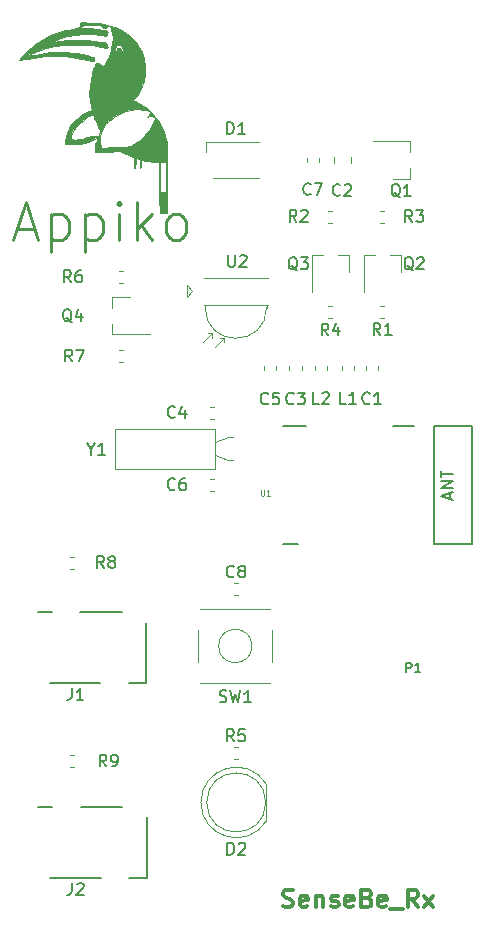
<source format=gbr>
G04 #@! TF.GenerationSoftware,KiCad,Pcbnew,5.0.0-fee4fd1~66~ubuntu16.04.1*
G04 #@! TF.CreationDate,2018-09-26T19:07:44+05:30*
G04 #@! TF.ProjectId,senseBeRx_rev1,73656E7365426552785F726576312E6B,rev?*
G04 #@! TF.SameCoordinates,Original*
G04 #@! TF.FileFunction,Legend,Top*
G04 #@! TF.FilePolarity,Positive*
%FSLAX46Y46*%
G04 Gerber Fmt 4.6, Leading zero omitted, Abs format (unit mm)*
G04 Created by KiCad (PCBNEW 5.0.0-fee4fd1~66~ubuntu16.04.1) date Wed Sep 26 19:07:44 2018*
%MOMM*%
%LPD*%
G01*
G04 APERTURE LIST*
%ADD10C,0.300000*%
%ADD11C,0.150000*%
%ADD12C,0.120000*%
%ADD13C,0.010000*%
%ADD14C,0.127000*%
%ADD15C,0.050000*%
%ADD16C,0.250000*%
G04 APERTURE END LIST*
D10*
X123978571Y-145707142D02*
X124192857Y-145778571D01*
X124550000Y-145778571D01*
X124692857Y-145707142D01*
X124764285Y-145635714D01*
X124835714Y-145492857D01*
X124835714Y-145350000D01*
X124764285Y-145207142D01*
X124692857Y-145135714D01*
X124550000Y-145064285D01*
X124264285Y-144992857D01*
X124121428Y-144921428D01*
X124050000Y-144850000D01*
X123978571Y-144707142D01*
X123978571Y-144564285D01*
X124050000Y-144421428D01*
X124121428Y-144350000D01*
X124264285Y-144278571D01*
X124621428Y-144278571D01*
X124835714Y-144350000D01*
X126050000Y-145707142D02*
X125907142Y-145778571D01*
X125621428Y-145778571D01*
X125478571Y-145707142D01*
X125407142Y-145564285D01*
X125407142Y-144992857D01*
X125478571Y-144850000D01*
X125621428Y-144778571D01*
X125907142Y-144778571D01*
X126050000Y-144850000D01*
X126121428Y-144992857D01*
X126121428Y-145135714D01*
X125407142Y-145278571D01*
X126764285Y-144778571D02*
X126764285Y-145778571D01*
X126764285Y-144921428D02*
X126835714Y-144850000D01*
X126978571Y-144778571D01*
X127192857Y-144778571D01*
X127335714Y-144850000D01*
X127407142Y-144992857D01*
X127407142Y-145778571D01*
X128050000Y-145707142D02*
X128192857Y-145778571D01*
X128478571Y-145778571D01*
X128621428Y-145707142D01*
X128692857Y-145564285D01*
X128692857Y-145492857D01*
X128621428Y-145350000D01*
X128478571Y-145278571D01*
X128264285Y-145278571D01*
X128121428Y-145207142D01*
X128050000Y-145064285D01*
X128050000Y-144992857D01*
X128121428Y-144850000D01*
X128264285Y-144778571D01*
X128478571Y-144778571D01*
X128621428Y-144850000D01*
X129907142Y-145707142D02*
X129764285Y-145778571D01*
X129478571Y-145778571D01*
X129335714Y-145707142D01*
X129264285Y-145564285D01*
X129264285Y-144992857D01*
X129335714Y-144850000D01*
X129478571Y-144778571D01*
X129764285Y-144778571D01*
X129907142Y-144850000D01*
X129978571Y-144992857D01*
X129978571Y-145135714D01*
X129264285Y-145278571D01*
X131121428Y-144992857D02*
X131335714Y-145064285D01*
X131407142Y-145135714D01*
X131478571Y-145278571D01*
X131478571Y-145492857D01*
X131407142Y-145635714D01*
X131335714Y-145707142D01*
X131192857Y-145778571D01*
X130621428Y-145778571D01*
X130621428Y-144278571D01*
X131121428Y-144278571D01*
X131264285Y-144350000D01*
X131335714Y-144421428D01*
X131407142Y-144564285D01*
X131407142Y-144707142D01*
X131335714Y-144850000D01*
X131264285Y-144921428D01*
X131121428Y-144992857D01*
X130621428Y-144992857D01*
X132692857Y-145707142D02*
X132550000Y-145778571D01*
X132264285Y-145778571D01*
X132121428Y-145707142D01*
X132050000Y-145564285D01*
X132050000Y-144992857D01*
X132121428Y-144850000D01*
X132264285Y-144778571D01*
X132550000Y-144778571D01*
X132692857Y-144850000D01*
X132764285Y-144992857D01*
X132764285Y-145135714D01*
X132050000Y-145278571D01*
X133050000Y-145921428D02*
X134192857Y-145921428D01*
X135407142Y-145778571D02*
X134907142Y-145064285D01*
X134550000Y-145778571D02*
X134550000Y-144278571D01*
X135121428Y-144278571D01*
X135264285Y-144350000D01*
X135335714Y-144421428D01*
X135407142Y-144564285D01*
X135407142Y-144778571D01*
X135335714Y-144921428D01*
X135264285Y-144992857D01*
X135121428Y-145064285D01*
X134550000Y-145064285D01*
X135907142Y-145778571D02*
X136692857Y-144778571D01*
X135907142Y-144778571D02*
X136692857Y-145778571D01*
D11*
G04 #@! TO.C,J2*
X103250000Y-137270000D02*
X104450000Y-137270000D01*
X106850000Y-137270000D02*
X110350000Y-137270000D01*
X104250000Y-143270000D02*
X108550000Y-143270000D01*
X112450000Y-143270000D02*
X112450000Y-138170000D01*
X110950000Y-143270000D02*
X112450000Y-143270000D01*
D12*
G04 #@! TO.C,R9*
X106271267Y-133910000D02*
X105928733Y-133910000D01*
X106271267Y-132890000D02*
X105928733Y-132890000D01*
D11*
G04 #@! TO.C,J1*
X110930000Y-126770000D02*
X112430000Y-126770000D01*
X112430000Y-126770000D02*
X112430000Y-121670000D01*
X104230000Y-126770000D02*
X108530000Y-126770000D01*
X106830000Y-120770000D02*
X110330000Y-120770000D01*
X103230000Y-120770000D02*
X104430000Y-120770000D01*
D12*
G04 #@! TO.C,D1*
X117500000Y-81800000D02*
X117500000Y-81000000D01*
X117499956Y-81000000D02*
X121950000Y-81000000D01*
X118050000Y-84000000D02*
X121950000Y-84000000D01*
G04 #@! TO.C,D2*
X117040000Y-136899538D02*
G75*
G03X122590000Y-138444830I2990000J-462D01*
G01*
X117040000Y-136900462D02*
G75*
G02X122590000Y-135355170I2990000J462D01*
G01*
X122530000Y-136900000D02*
G75*
G03X122530000Y-136900000I-2500000J0D01*
G01*
X122590000Y-138445000D02*
X122590000Y-135355000D01*
G04 #@! TO.C,Q1*
X134760000Y-84080000D02*
X134760000Y-83150000D01*
X134760000Y-80920000D02*
X134760000Y-81850000D01*
X134760000Y-80920000D02*
X131600000Y-80920000D01*
X134760000Y-84080000D02*
X133300000Y-84080000D01*
G04 #@! TO.C,Q2*
X133980000Y-90540000D02*
X133050000Y-90540000D01*
X130820000Y-90540000D02*
X131750000Y-90540000D01*
X130820000Y-90540000D02*
X130820000Y-93700000D01*
X133980000Y-90540000D02*
X133980000Y-92000000D01*
G04 #@! TO.C,Q3*
X129580000Y-90540000D02*
X129580000Y-92000000D01*
X126420000Y-90540000D02*
X126420000Y-93700000D01*
X126420000Y-90540000D02*
X127350000Y-90540000D01*
X129580000Y-90540000D02*
X128650000Y-90540000D01*
G04 #@! TO.C,Q4*
X109540000Y-94120000D02*
X111000000Y-94120000D01*
X109540000Y-97280000D02*
X112700000Y-97280000D01*
X109540000Y-97280000D02*
X109540000Y-96350000D01*
X109540000Y-94120000D02*
X109540000Y-95050000D01*
G04 #@! TO.C,SW1*
X121364214Y-123650000D02*
G75*
G03X121364214Y-123650000I-1414214J0D01*
G01*
X122920000Y-120530000D02*
X116980000Y-120530000D01*
X122920000Y-126770000D02*
X116980000Y-126770000D01*
X123070000Y-122310000D02*
X123070000Y-124990000D01*
X116830000Y-124990000D02*
X116830000Y-122310000D01*
D11*
G04 #@! TO.C,U1*
X136750000Y-115000000D02*
X136750000Y-105000000D01*
X140000000Y-105000000D02*
X140000000Y-115000000D01*
X133319400Y-104996200D02*
X135072000Y-104996200D01*
X139999600Y-104996200D02*
X136748400Y-104996200D01*
X124023000Y-104996200D02*
X125953400Y-104996200D01*
X123997600Y-115003800D02*
X125267600Y-115003800D01*
X139999600Y-115003800D02*
X136748400Y-115003800D01*
D12*
G04 #@! TO.C,Y1*
X118200000Y-105250000D02*
X109800000Y-105250000D01*
X109800000Y-105250000D02*
X109800000Y-108650000D01*
X109800000Y-108650000D02*
X118200000Y-108650000D01*
X118200000Y-108650000D02*
X118200000Y-105250000D01*
X118200000Y-106405000D02*
X119350000Y-106000000D01*
X119350000Y-106000000D02*
X119800000Y-106000000D01*
X118200000Y-107495000D02*
X119350000Y-107900000D01*
X119350000Y-107900000D02*
X119800000Y-107900000D01*
G04 #@! TO.C,C1*
X132010000Y-99928733D02*
X132010000Y-100271267D01*
X130990000Y-99928733D02*
X130990000Y-100271267D01*
G04 #@! TO.C,C2*
X128290000Y-82761252D02*
X128290000Y-82238748D01*
X129710000Y-82761252D02*
X129710000Y-82238748D01*
G04 #@! TO.C,C3*
X125560000Y-99928733D02*
X125560000Y-100271267D01*
X124540000Y-99928733D02*
X124540000Y-100271267D01*
G04 #@! TO.C,C4*
X117828733Y-104410000D02*
X118171267Y-104410000D01*
X117828733Y-103390000D02*
X118171267Y-103390000D01*
G04 #@! TO.C,C5*
X122390000Y-99928733D02*
X122390000Y-100271267D01*
X123410000Y-99928733D02*
X123410000Y-100271267D01*
G04 #@! TO.C,C6*
X117828733Y-109490000D02*
X118171267Y-109490000D01*
X117828733Y-110510000D02*
X118171267Y-110510000D01*
G04 #@! TO.C,C7*
X127010000Y-82671267D02*
X127010000Y-82328733D01*
X125990000Y-82671267D02*
X125990000Y-82328733D01*
G04 #@! TO.C,C8*
X120171267Y-119310000D02*
X119828733Y-119310000D01*
X120171267Y-118290000D02*
X119828733Y-118290000D01*
G04 #@! TO.C,R1*
X132228733Y-94890000D02*
X132571267Y-94890000D01*
X132228733Y-95910000D02*
X132571267Y-95910000D01*
G04 #@! TO.C,R2*
X128171267Y-86790000D02*
X127828733Y-86790000D01*
X128171267Y-87810000D02*
X127828733Y-87810000D01*
G04 #@! TO.C,R3*
X132571267Y-87810000D02*
X132228733Y-87810000D01*
X132571267Y-86790000D02*
X132228733Y-86790000D01*
G04 #@! TO.C,R4*
X127828733Y-95910000D02*
X128171267Y-95910000D01*
X127828733Y-94890000D02*
X128171267Y-94890000D01*
G04 #@! TO.C,R5*
X119828733Y-132190000D02*
X120171267Y-132190000D01*
X119828733Y-133210000D02*
X120171267Y-133210000D01*
G04 #@! TO.C,R6*
X110128733Y-91890000D02*
X110471267Y-91890000D01*
X110128733Y-92910000D02*
X110471267Y-92910000D01*
G04 #@! TO.C,R7*
X110471267Y-98590000D02*
X110128733Y-98590000D01*
X110471267Y-99610000D02*
X110128733Y-99610000D01*
G04 #@! TO.C,R8*
X106271267Y-116090000D02*
X105928733Y-116090000D01*
X106271267Y-117110000D02*
X105928733Y-117110000D01*
G04 #@! TO.C,L1*
X130010000Y-100271267D02*
X130010000Y-99928733D01*
X128990000Y-100271267D02*
X128990000Y-99928733D01*
G04 #@! TO.C,L2*
X127710000Y-99928733D02*
X127710000Y-100271267D01*
X126690000Y-99928733D02*
X126690000Y-100271267D01*
G04 #@! TO.C,U2*
X115900000Y-94100000D02*
X116300000Y-93600000D01*
X115900000Y-93100000D02*
X115900000Y-94100000D01*
X116300000Y-93600000D02*
X115900000Y-93100000D01*
X122600000Y-95000000D02*
X122600000Y-94800000D01*
X117400000Y-95000000D02*
X117400000Y-94800000D01*
X122740000Y-94750000D02*
X117340000Y-94750000D01*
X122740000Y-92500000D02*
X117340000Y-92500000D01*
X118020000Y-97150000D02*
X117620000Y-97150000D01*
X118020000Y-97150000D02*
X118020000Y-97550000D01*
X118020000Y-97150000D02*
X117220000Y-97950000D01*
X119020000Y-97550000D02*
X118220000Y-98350000D01*
X119020000Y-97550000D02*
X119020000Y-97950000D01*
X119020000Y-97550000D02*
X118620000Y-97550000D01*
X117400000Y-95000000D02*
G75*
G03X122600000Y-95000000I2600000J0D01*
G01*
D13*
G04 #@! TO.C,G\002A\002A\002A*
G36*
X110227118Y-73035471D02*
X110285553Y-73114417D01*
X110287600Y-73131832D01*
X110251391Y-73271698D01*
X110161695Y-73353216D01*
X110046907Y-73363760D01*
X109935420Y-73290708D01*
X109934023Y-73289037D01*
X109897946Y-73177505D01*
X109931659Y-73058785D01*
X110013813Y-72986675D01*
X110121477Y-72984905D01*
X110227118Y-73035471D01*
X110227118Y-73035471D01*
G37*
X110227118Y-73035471D02*
X110285553Y-73114417D01*
X110287600Y-73131832D01*
X110251391Y-73271698D01*
X110161695Y-73353216D01*
X110046907Y-73363760D01*
X109935420Y-73290708D01*
X109934023Y-73289037D01*
X109897946Y-73177505D01*
X109931659Y-73058785D01*
X110013813Y-72986675D01*
X110121477Y-72984905D01*
X110227118Y-73035471D01*
G36*
X107198149Y-70831476D02*
X107279924Y-70853429D01*
X107290400Y-70866472D01*
X107337736Y-70884269D01*
X107465920Y-70898708D01*
X107654212Y-70908104D01*
X107836500Y-70910859D01*
X108318577Y-70937586D01*
X108829595Y-71011731D01*
X109337283Y-71126037D01*
X109809371Y-71273250D01*
X110211056Y-71444821D01*
X110689684Y-71735620D01*
X111131581Y-72096441D01*
X111510806Y-72504722D01*
X111657158Y-72702400D01*
X111815997Y-72945608D01*
X111935307Y-73159073D01*
X112035095Y-73383512D01*
X112135372Y-73659646D01*
X112152480Y-73710393D01*
X112205310Y-73878763D01*
X112241713Y-74030367D01*
X112264661Y-74190904D01*
X112277129Y-74386076D01*
X112282089Y-74641584D01*
X112282698Y-74836000D01*
X112280824Y-75140565D01*
X112273227Y-75369240D01*
X112256945Y-75547693D01*
X112229014Y-75701597D01*
X112186474Y-75856623D01*
X112152982Y-75960026D01*
X112036330Y-76282949D01*
X111917496Y-76546262D01*
X111775395Y-76790179D01*
X111588946Y-77054918D01*
X111556154Y-77098509D01*
X111440806Y-77254417D01*
X111356031Y-77375782D01*
X111315158Y-77443237D01*
X111313811Y-77450639D01*
X111364373Y-77476034D01*
X111481523Y-77530699D01*
X111627545Y-77597201D01*
X112029547Y-77816928D01*
X112439140Y-78109693D01*
X112829821Y-78452826D01*
X113175081Y-78823658D01*
X113383047Y-79098589D01*
X113698446Y-79623750D01*
X113932004Y-80157928D01*
X114099489Y-80738333D01*
X114122161Y-80842527D01*
X114145512Y-81013030D01*
X114164916Y-81275950D01*
X114180292Y-81622178D01*
X114191559Y-82042603D01*
X114198637Y-82528117D01*
X114201443Y-83069611D01*
X114199897Y-83657974D01*
X114193919Y-84284097D01*
X114183426Y-84938872D01*
X114168338Y-85613188D01*
X114165555Y-85719900D01*
X114132131Y-86977200D01*
X113555068Y-86977200D01*
X113521644Y-85719900D01*
X113511699Y-85306328D01*
X113502921Y-84865810D01*
X113495780Y-84428112D01*
X113490742Y-84022999D01*
X113488278Y-83680237D01*
X113488110Y-83589412D01*
X113488000Y-82716225D01*
X113272100Y-82690003D01*
X113117406Y-82671268D01*
X113017515Y-82659200D01*
X113589600Y-82659200D01*
X113589600Y-85250000D01*
X114097600Y-85250000D01*
X114097600Y-82659200D01*
X113589600Y-82659200D01*
X113017515Y-82659200D01*
X112903146Y-82645383D01*
X112670626Y-82617339D01*
X112624400Y-82611770D01*
X112411313Y-82583969D01*
X112225688Y-82555938D01*
X112099545Y-82532627D01*
X112078300Y-82527354D01*
X112017355Y-82515762D01*
X111983137Y-82538203D01*
X111967949Y-82615128D01*
X111964096Y-82766982D01*
X111964000Y-82831075D01*
X111956936Y-83005954D01*
X111938170Y-83125949D01*
X111913200Y-83167200D01*
X111887047Y-83120275D01*
X111869008Y-82994776D01*
X111862400Y-82816569D01*
X111860495Y-82631715D01*
X111847976Y-82522531D01*
X111814635Y-82463087D01*
X111750265Y-82427452D01*
X111702419Y-82410169D01*
X111588794Y-82372228D01*
X111526454Y-82354563D01*
X111524619Y-82354400D01*
X111516343Y-82401190D01*
X111510111Y-82525531D01*
X111506978Y-82703380D01*
X111506800Y-82760800D01*
X111503210Y-82969320D01*
X111490188Y-83094461D01*
X111464350Y-83154262D01*
X111430600Y-83167200D01*
X111392411Y-83148701D01*
X111369080Y-83081382D01*
X111357459Y-82947511D01*
X111354400Y-82737843D01*
X111354400Y-82308487D01*
X110921926Y-82105823D01*
X110709981Y-82002328D01*
X110514955Y-81899791D01*
X110368447Y-81815088D01*
X110330501Y-81789976D01*
X110224235Y-81723088D01*
X110132893Y-81702373D01*
X110010705Y-81722217D01*
X109937475Y-81741769D01*
X109762387Y-81775492D01*
X109515371Y-81803924D01*
X109226027Y-81825605D01*
X108923955Y-81839071D01*
X108638754Y-81842860D01*
X108400024Y-81835511D01*
X108280710Y-81823611D01*
X108039210Y-81787396D01*
X108073065Y-81456946D01*
X108108361Y-81230528D01*
X108163297Y-80998301D01*
X108176945Y-80955850D01*
X108529540Y-80955850D01*
X108536720Y-81172959D01*
X108548535Y-81309695D01*
X108570827Y-81387275D01*
X108609440Y-81426918D01*
X108665138Y-81448344D01*
X108803185Y-81467343D01*
X108963820Y-81461924D01*
X108966800Y-81461535D01*
X109075005Y-81452250D01*
X109264325Y-81441232D01*
X109514314Y-81429460D01*
X109804521Y-81417913D01*
X110059000Y-81409272D01*
X110387942Y-81398228D01*
X110632897Y-81387036D01*
X110811451Y-81373231D01*
X110941188Y-81354350D01*
X111039697Y-81327931D01*
X111124561Y-81291510D01*
X111202000Y-81249185D01*
X111775347Y-80865975D01*
X112269673Y-80420068D01*
X112688991Y-79907315D01*
X113006526Y-79383412D01*
X113245136Y-78927024D01*
X113075992Y-78858006D01*
X112863226Y-78813359D01*
X112710067Y-78820455D01*
X112513284Y-78851922D01*
X112619642Y-78716710D01*
X112713595Y-78568045D01*
X112728823Y-78452451D01*
X112659943Y-78363920D01*
X112501571Y-78296447D01*
X112248326Y-78244022D01*
X112188163Y-78235143D01*
X111608188Y-78204150D01*
X111031013Y-78272558D01*
X110464932Y-78438317D01*
X109918234Y-78699377D01*
X109662503Y-78859723D01*
X109265208Y-79162019D01*
X108961690Y-79471558D01*
X108744358Y-79802386D01*
X108605616Y-80168555D01*
X108537871Y-80584112D01*
X108529540Y-80955850D01*
X108176945Y-80955850D01*
X108205455Y-80867176D01*
X108264995Y-80688725D01*
X108274345Y-80593916D01*
X108232659Y-80577572D01*
X108164263Y-80615901D01*
X107746293Y-80855185D01*
X107263567Y-81031774D01*
X106735034Y-81140561D01*
X106179641Y-81176437D01*
X106089919Y-81175079D01*
X105537800Y-81160600D01*
X105549568Y-80847496D01*
X105586428Y-80603947D01*
X106031379Y-80603947D01*
X106045253Y-80705794D01*
X106127545Y-80758690D01*
X106291572Y-80776988D01*
X106387105Y-80777815D01*
X106625264Y-80764651D01*
X106882097Y-80732992D01*
X107011000Y-80709170D01*
X107217382Y-80656594D01*
X107418487Y-80593739D01*
X107519000Y-80555664D01*
X107786008Y-80489435D01*
X108051068Y-80480791D01*
X108379936Y-80492563D01*
X108454651Y-80251977D01*
X108496385Y-80100154D01*
X108501186Y-80001950D01*
X108467767Y-79915846D01*
X108442969Y-79874796D01*
X108350547Y-79712672D01*
X108237021Y-79490578D01*
X108119015Y-79242877D01*
X108013150Y-79003935D01*
X107966650Y-78890051D01*
X107873274Y-78651503D01*
X107646746Y-78752923D01*
X107509049Y-78819691D01*
X107414521Y-78875024D01*
X107393408Y-78893224D01*
X107339240Y-78941505D01*
X107228331Y-79024440D01*
X107133433Y-79090697D01*
X106775985Y-79379668D01*
X106466623Y-79720566D01*
X106223278Y-80090602D01*
X106072609Y-80438795D01*
X106031379Y-80603947D01*
X105586428Y-80603947D01*
X105612355Y-80432637D01*
X105764882Y-80008539D01*
X105998981Y-79593102D01*
X106292390Y-79219582D01*
X106521114Y-79000213D01*
X106798070Y-78782323D01*
X107092446Y-78586974D01*
X107373431Y-78435230D01*
X107536092Y-78369359D01*
X107780710Y-78288110D01*
X107710442Y-77971755D01*
X107632051Y-77460058D01*
X107606500Y-76895822D01*
X107631522Y-76309518D01*
X107704853Y-75731615D01*
X107824224Y-75192581D01*
X107944301Y-74827770D01*
X108038116Y-74585218D01*
X108107920Y-74424480D01*
X108171247Y-74334651D01*
X108245631Y-74304827D01*
X108348607Y-74324105D01*
X108497710Y-74381580D01*
X108596876Y-74421973D01*
X108861952Y-74528437D01*
X109044354Y-74217214D01*
X109266672Y-73758565D01*
X109428886Y-73255765D01*
X109470393Y-73035391D01*
X109739998Y-73035391D01*
X109757430Y-73198818D01*
X109870969Y-73343894D01*
X109957400Y-73403042D01*
X110041406Y-73447537D01*
X110104275Y-73453738D01*
X110186389Y-73416598D01*
X110274900Y-73363356D01*
X110404531Y-73235661D01*
X110442237Y-73077604D01*
X110385502Y-72907075D01*
X110346720Y-72852460D01*
X110213556Y-72759794D01*
X110050217Y-72741379D01*
X109894941Y-72796345D01*
X109821393Y-72864390D01*
X109739998Y-73035391D01*
X109470393Y-73035391D01*
X109527361Y-72732933D01*
X109558460Y-72214190D01*
X109518546Y-71723656D01*
X109460374Y-71457800D01*
X109412527Y-71321238D01*
X109362901Y-71229866D01*
X109350273Y-71217277D01*
X109238240Y-71180386D01*
X109121569Y-71196155D01*
X109048874Y-71257716D01*
X109047961Y-71259988D01*
X108980240Y-71312865D01*
X108855389Y-71301025D01*
X108691292Y-71228270D01*
X108588898Y-71162322D01*
X108512093Y-71114567D01*
X108426382Y-71082804D01*
X108309942Y-71063885D01*
X108140951Y-71054662D01*
X107897586Y-71051989D01*
X107823800Y-71051974D01*
X107559757Y-71053868D01*
X107373907Y-71061397D01*
X107242860Y-71078218D01*
X107143226Y-71107984D01*
X107051617Y-71154350D01*
X107011000Y-71178974D01*
X106807800Y-71305400D01*
X107188800Y-71316637D01*
X107474137Y-71331905D01*
X107787883Y-71360084D01*
X108109830Y-71398130D01*
X108419772Y-71442998D01*
X108697502Y-71491643D01*
X108922815Y-71541023D01*
X109075505Y-71588093D01*
X109113341Y-71606579D01*
X109140125Y-71680218D01*
X109118516Y-71764398D01*
X109095474Y-71856598D01*
X109107757Y-71891144D01*
X109102198Y-71912664D01*
X109056312Y-71944126D01*
X108958655Y-71965601D01*
X108788662Y-71953012D01*
X108585588Y-71916569D01*
X107889120Y-71818443D01*
X107165588Y-71807535D01*
X106406667Y-71884137D01*
X105736351Y-72016176D01*
X105447675Y-72091881D01*
X105183671Y-72174509D01*
X104959445Y-72257921D01*
X104790103Y-72335973D01*
X104690752Y-72402525D01*
X104673998Y-72448074D01*
X104728804Y-72482409D01*
X104744219Y-72477619D01*
X104841482Y-72447779D01*
X105023054Y-72419820D01*
X105271647Y-72394594D01*
X105569976Y-72372949D01*
X105900753Y-72355737D01*
X106246693Y-72343808D01*
X106590508Y-72338011D01*
X106914912Y-72339196D01*
X107202620Y-72348215D01*
X107282527Y-72352790D01*
X107529630Y-72372953D01*
X107806988Y-72402239D01*
X108095662Y-72437862D01*
X108376710Y-72477034D01*
X108631191Y-72516969D01*
X108840165Y-72554880D01*
X108984691Y-72587979D01*
X109044746Y-72612093D01*
X109065106Y-72665329D01*
X109099704Y-72780427D01*
X109110713Y-72820039D01*
X109141213Y-72943807D01*
X109132411Y-72993931D01*
X109072066Y-72994698D01*
X109027127Y-72985881D01*
X108607633Y-72902290D01*
X108255632Y-72839387D01*
X107942861Y-72794351D01*
X107641054Y-72764361D01*
X107321948Y-72746595D01*
X106957281Y-72738233D01*
X106528400Y-72736441D01*
X106095068Y-72738999D01*
X105738893Y-72747271D01*
X105435488Y-72763623D01*
X105160464Y-72790423D01*
X104889434Y-72830038D01*
X104598010Y-72884833D01*
X104267800Y-72955839D01*
X103919206Y-73044248D01*
X103538890Y-73158213D01*
X103168100Y-73284382D01*
X102848083Y-73409402D01*
X102794600Y-73432738D01*
X102439000Y-73591400D01*
X102616800Y-73619455D01*
X102751249Y-73627765D01*
X102844049Y-73610875D01*
X102850074Y-73607196D01*
X102915687Y-73584875D01*
X102929845Y-73591179D01*
X102986643Y-73592194D01*
X103121307Y-73575984D01*
X103312140Y-73545561D01*
X103483971Y-73514292D01*
X104256182Y-73393036D01*
X104955915Y-73337898D01*
X105581190Y-73349014D01*
X105711052Y-73360622D01*
X106154817Y-73413650D01*
X106583749Y-73477893D01*
X106971450Y-73548855D01*
X107291525Y-73622039D01*
X107366600Y-73642653D01*
X107567813Y-73698925D01*
X107772297Y-73753512D01*
X107837146Y-73770072D01*
X107969164Y-73809381D01*
X108020232Y-73849081D01*
X108009635Y-73906156D01*
X108004033Y-73917052D01*
X107974130Y-74002498D01*
X107979214Y-74034681D01*
X107968589Y-74082439D01*
X107939327Y-74112728D01*
X107867948Y-74131083D01*
X107727979Y-74118062D01*
X107508137Y-74072262D01*
X107400233Y-74045700D01*
X106474942Y-73849310D01*
X105553501Y-73728064D01*
X104655716Y-73683820D01*
X103859892Y-73713367D01*
X103293245Y-73768314D01*
X102803359Y-73833799D01*
X102365620Y-73913591D01*
X102014203Y-73995985D01*
X101840064Y-74036172D01*
X101702254Y-74058998D01*
X101635070Y-74060023D01*
X101640802Y-74018728D01*
X101712007Y-73923125D01*
X101836679Y-73784629D01*
X102002814Y-73614655D01*
X102198405Y-73424619D01*
X102411447Y-73225937D01*
X102629934Y-73030024D01*
X102841862Y-72848296D01*
X103035225Y-72692168D01*
X103198016Y-72573055D01*
X103201000Y-72571047D01*
X103568323Y-72341473D01*
X103968759Y-72120561D01*
X104374996Y-71921587D01*
X104759722Y-71757829D01*
X105095623Y-71642565D01*
X105131400Y-71632611D01*
X105522570Y-71532188D01*
X105844328Y-71461832D01*
X106122492Y-71416191D01*
X106245070Y-71401802D01*
X106517061Y-71354597D01*
X106699879Y-71274415D01*
X106802316Y-71155203D01*
X106833200Y-70996912D01*
X106838290Y-70889927D01*
X106871993Y-70839265D01*
X106961956Y-70823869D01*
X107061800Y-70822800D01*
X107198149Y-70831476D01*
X107198149Y-70831476D01*
G37*
X107198149Y-70831476D02*
X107279924Y-70853429D01*
X107290400Y-70866472D01*
X107337736Y-70884269D01*
X107465920Y-70898708D01*
X107654212Y-70908104D01*
X107836500Y-70910859D01*
X108318577Y-70937586D01*
X108829595Y-71011731D01*
X109337283Y-71126037D01*
X109809371Y-71273250D01*
X110211056Y-71444821D01*
X110689684Y-71735620D01*
X111131581Y-72096441D01*
X111510806Y-72504722D01*
X111657158Y-72702400D01*
X111815997Y-72945608D01*
X111935307Y-73159073D01*
X112035095Y-73383512D01*
X112135372Y-73659646D01*
X112152480Y-73710393D01*
X112205310Y-73878763D01*
X112241713Y-74030367D01*
X112264661Y-74190904D01*
X112277129Y-74386076D01*
X112282089Y-74641584D01*
X112282698Y-74836000D01*
X112280824Y-75140565D01*
X112273227Y-75369240D01*
X112256945Y-75547693D01*
X112229014Y-75701597D01*
X112186474Y-75856623D01*
X112152982Y-75960026D01*
X112036330Y-76282949D01*
X111917496Y-76546262D01*
X111775395Y-76790179D01*
X111588946Y-77054918D01*
X111556154Y-77098509D01*
X111440806Y-77254417D01*
X111356031Y-77375782D01*
X111315158Y-77443237D01*
X111313811Y-77450639D01*
X111364373Y-77476034D01*
X111481523Y-77530699D01*
X111627545Y-77597201D01*
X112029547Y-77816928D01*
X112439140Y-78109693D01*
X112829821Y-78452826D01*
X113175081Y-78823658D01*
X113383047Y-79098589D01*
X113698446Y-79623750D01*
X113932004Y-80157928D01*
X114099489Y-80738333D01*
X114122161Y-80842527D01*
X114145512Y-81013030D01*
X114164916Y-81275950D01*
X114180292Y-81622178D01*
X114191559Y-82042603D01*
X114198637Y-82528117D01*
X114201443Y-83069611D01*
X114199897Y-83657974D01*
X114193919Y-84284097D01*
X114183426Y-84938872D01*
X114168338Y-85613188D01*
X114165555Y-85719900D01*
X114132131Y-86977200D01*
X113555068Y-86977200D01*
X113521644Y-85719900D01*
X113511699Y-85306328D01*
X113502921Y-84865810D01*
X113495780Y-84428112D01*
X113490742Y-84022999D01*
X113488278Y-83680237D01*
X113488110Y-83589412D01*
X113488000Y-82716225D01*
X113272100Y-82690003D01*
X113117406Y-82671268D01*
X113017515Y-82659200D01*
X113589600Y-82659200D01*
X113589600Y-85250000D01*
X114097600Y-85250000D01*
X114097600Y-82659200D01*
X113589600Y-82659200D01*
X113017515Y-82659200D01*
X112903146Y-82645383D01*
X112670626Y-82617339D01*
X112624400Y-82611770D01*
X112411313Y-82583969D01*
X112225688Y-82555938D01*
X112099545Y-82532627D01*
X112078300Y-82527354D01*
X112017355Y-82515762D01*
X111983137Y-82538203D01*
X111967949Y-82615128D01*
X111964096Y-82766982D01*
X111964000Y-82831075D01*
X111956936Y-83005954D01*
X111938170Y-83125949D01*
X111913200Y-83167200D01*
X111887047Y-83120275D01*
X111869008Y-82994776D01*
X111862400Y-82816569D01*
X111860495Y-82631715D01*
X111847976Y-82522531D01*
X111814635Y-82463087D01*
X111750265Y-82427452D01*
X111702419Y-82410169D01*
X111588794Y-82372228D01*
X111526454Y-82354563D01*
X111524619Y-82354400D01*
X111516343Y-82401190D01*
X111510111Y-82525531D01*
X111506978Y-82703380D01*
X111506800Y-82760800D01*
X111503210Y-82969320D01*
X111490188Y-83094461D01*
X111464350Y-83154262D01*
X111430600Y-83167200D01*
X111392411Y-83148701D01*
X111369080Y-83081382D01*
X111357459Y-82947511D01*
X111354400Y-82737843D01*
X111354400Y-82308487D01*
X110921926Y-82105823D01*
X110709981Y-82002328D01*
X110514955Y-81899791D01*
X110368447Y-81815088D01*
X110330501Y-81789976D01*
X110224235Y-81723088D01*
X110132893Y-81702373D01*
X110010705Y-81722217D01*
X109937475Y-81741769D01*
X109762387Y-81775492D01*
X109515371Y-81803924D01*
X109226027Y-81825605D01*
X108923955Y-81839071D01*
X108638754Y-81842860D01*
X108400024Y-81835511D01*
X108280710Y-81823611D01*
X108039210Y-81787396D01*
X108073065Y-81456946D01*
X108108361Y-81230528D01*
X108163297Y-80998301D01*
X108176945Y-80955850D01*
X108529540Y-80955850D01*
X108536720Y-81172959D01*
X108548535Y-81309695D01*
X108570827Y-81387275D01*
X108609440Y-81426918D01*
X108665138Y-81448344D01*
X108803185Y-81467343D01*
X108963820Y-81461924D01*
X108966800Y-81461535D01*
X109075005Y-81452250D01*
X109264325Y-81441232D01*
X109514314Y-81429460D01*
X109804521Y-81417913D01*
X110059000Y-81409272D01*
X110387942Y-81398228D01*
X110632897Y-81387036D01*
X110811451Y-81373231D01*
X110941188Y-81354350D01*
X111039697Y-81327931D01*
X111124561Y-81291510D01*
X111202000Y-81249185D01*
X111775347Y-80865975D01*
X112269673Y-80420068D01*
X112688991Y-79907315D01*
X113006526Y-79383412D01*
X113245136Y-78927024D01*
X113075992Y-78858006D01*
X112863226Y-78813359D01*
X112710067Y-78820455D01*
X112513284Y-78851922D01*
X112619642Y-78716710D01*
X112713595Y-78568045D01*
X112728823Y-78452451D01*
X112659943Y-78363920D01*
X112501571Y-78296447D01*
X112248326Y-78244022D01*
X112188163Y-78235143D01*
X111608188Y-78204150D01*
X111031013Y-78272558D01*
X110464932Y-78438317D01*
X109918234Y-78699377D01*
X109662503Y-78859723D01*
X109265208Y-79162019D01*
X108961690Y-79471558D01*
X108744358Y-79802386D01*
X108605616Y-80168555D01*
X108537871Y-80584112D01*
X108529540Y-80955850D01*
X108176945Y-80955850D01*
X108205455Y-80867176D01*
X108264995Y-80688725D01*
X108274345Y-80593916D01*
X108232659Y-80577572D01*
X108164263Y-80615901D01*
X107746293Y-80855185D01*
X107263567Y-81031774D01*
X106735034Y-81140561D01*
X106179641Y-81176437D01*
X106089919Y-81175079D01*
X105537800Y-81160600D01*
X105549568Y-80847496D01*
X105586428Y-80603947D01*
X106031379Y-80603947D01*
X106045253Y-80705794D01*
X106127545Y-80758690D01*
X106291572Y-80776988D01*
X106387105Y-80777815D01*
X106625264Y-80764651D01*
X106882097Y-80732992D01*
X107011000Y-80709170D01*
X107217382Y-80656594D01*
X107418487Y-80593739D01*
X107519000Y-80555664D01*
X107786008Y-80489435D01*
X108051068Y-80480791D01*
X108379936Y-80492563D01*
X108454651Y-80251977D01*
X108496385Y-80100154D01*
X108501186Y-80001950D01*
X108467767Y-79915846D01*
X108442969Y-79874796D01*
X108350547Y-79712672D01*
X108237021Y-79490578D01*
X108119015Y-79242877D01*
X108013150Y-79003935D01*
X107966650Y-78890051D01*
X107873274Y-78651503D01*
X107646746Y-78752923D01*
X107509049Y-78819691D01*
X107414521Y-78875024D01*
X107393408Y-78893224D01*
X107339240Y-78941505D01*
X107228331Y-79024440D01*
X107133433Y-79090697D01*
X106775985Y-79379668D01*
X106466623Y-79720566D01*
X106223278Y-80090602D01*
X106072609Y-80438795D01*
X106031379Y-80603947D01*
X105586428Y-80603947D01*
X105612355Y-80432637D01*
X105764882Y-80008539D01*
X105998981Y-79593102D01*
X106292390Y-79219582D01*
X106521114Y-79000213D01*
X106798070Y-78782323D01*
X107092446Y-78586974D01*
X107373431Y-78435230D01*
X107536092Y-78369359D01*
X107780710Y-78288110D01*
X107710442Y-77971755D01*
X107632051Y-77460058D01*
X107606500Y-76895822D01*
X107631522Y-76309518D01*
X107704853Y-75731615D01*
X107824224Y-75192581D01*
X107944301Y-74827770D01*
X108038116Y-74585218D01*
X108107920Y-74424480D01*
X108171247Y-74334651D01*
X108245631Y-74304827D01*
X108348607Y-74324105D01*
X108497710Y-74381580D01*
X108596876Y-74421973D01*
X108861952Y-74528437D01*
X109044354Y-74217214D01*
X109266672Y-73758565D01*
X109428886Y-73255765D01*
X109470393Y-73035391D01*
X109739998Y-73035391D01*
X109757430Y-73198818D01*
X109870969Y-73343894D01*
X109957400Y-73403042D01*
X110041406Y-73447537D01*
X110104275Y-73453738D01*
X110186389Y-73416598D01*
X110274900Y-73363356D01*
X110404531Y-73235661D01*
X110442237Y-73077604D01*
X110385502Y-72907075D01*
X110346720Y-72852460D01*
X110213556Y-72759794D01*
X110050217Y-72741379D01*
X109894941Y-72796345D01*
X109821393Y-72864390D01*
X109739998Y-73035391D01*
X109470393Y-73035391D01*
X109527361Y-72732933D01*
X109558460Y-72214190D01*
X109518546Y-71723656D01*
X109460374Y-71457800D01*
X109412527Y-71321238D01*
X109362901Y-71229866D01*
X109350273Y-71217277D01*
X109238240Y-71180386D01*
X109121569Y-71196155D01*
X109048874Y-71257716D01*
X109047961Y-71259988D01*
X108980240Y-71312865D01*
X108855389Y-71301025D01*
X108691292Y-71228270D01*
X108588898Y-71162322D01*
X108512093Y-71114567D01*
X108426382Y-71082804D01*
X108309942Y-71063885D01*
X108140951Y-71054662D01*
X107897586Y-71051989D01*
X107823800Y-71051974D01*
X107559757Y-71053868D01*
X107373907Y-71061397D01*
X107242860Y-71078218D01*
X107143226Y-71107984D01*
X107051617Y-71154350D01*
X107011000Y-71178974D01*
X106807800Y-71305400D01*
X107188800Y-71316637D01*
X107474137Y-71331905D01*
X107787883Y-71360084D01*
X108109830Y-71398130D01*
X108419772Y-71442998D01*
X108697502Y-71491643D01*
X108922815Y-71541023D01*
X109075505Y-71588093D01*
X109113341Y-71606579D01*
X109140125Y-71680218D01*
X109118516Y-71764398D01*
X109095474Y-71856598D01*
X109107757Y-71891144D01*
X109102198Y-71912664D01*
X109056312Y-71944126D01*
X108958655Y-71965601D01*
X108788662Y-71953012D01*
X108585588Y-71916569D01*
X107889120Y-71818443D01*
X107165588Y-71807535D01*
X106406667Y-71884137D01*
X105736351Y-72016176D01*
X105447675Y-72091881D01*
X105183671Y-72174509D01*
X104959445Y-72257921D01*
X104790103Y-72335973D01*
X104690752Y-72402525D01*
X104673998Y-72448074D01*
X104728804Y-72482409D01*
X104744219Y-72477619D01*
X104841482Y-72447779D01*
X105023054Y-72419820D01*
X105271647Y-72394594D01*
X105569976Y-72372949D01*
X105900753Y-72355737D01*
X106246693Y-72343808D01*
X106590508Y-72338011D01*
X106914912Y-72339196D01*
X107202620Y-72348215D01*
X107282527Y-72352790D01*
X107529630Y-72372953D01*
X107806988Y-72402239D01*
X108095662Y-72437862D01*
X108376710Y-72477034D01*
X108631191Y-72516969D01*
X108840165Y-72554880D01*
X108984691Y-72587979D01*
X109044746Y-72612093D01*
X109065106Y-72665329D01*
X109099704Y-72780427D01*
X109110713Y-72820039D01*
X109141213Y-72943807D01*
X109132411Y-72993931D01*
X109072066Y-72994698D01*
X109027127Y-72985881D01*
X108607633Y-72902290D01*
X108255632Y-72839387D01*
X107942861Y-72794351D01*
X107641054Y-72764361D01*
X107321948Y-72746595D01*
X106957281Y-72738233D01*
X106528400Y-72736441D01*
X106095068Y-72738999D01*
X105738893Y-72747271D01*
X105435488Y-72763623D01*
X105160464Y-72790423D01*
X104889434Y-72830038D01*
X104598010Y-72884833D01*
X104267800Y-72955839D01*
X103919206Y-73044248D01*
X103538890Y-73158213D01*
X103168100Y-73284382D01*
X102848083Y-73409402D01*
X102794600Y-73432738D01*
X102439000Y-73591400D01*
X102616800Y-73619455D01*
X102751249Y-73627765D01*
X102844049Y-73610875D01*
X102850074Y-73607196D01*
X102915687Y-73584875D01*
X102929845Y-73591179D01*
X102986643Y-73592194D01*
X103121307Y-73575984D01*
X103312140Y-73545561D01*
X103483971Y-73514292D01*
X104256182Y-73393036D01*
X104955915Y-73337898D01*
X105581190Y-73349014D01*
X105711052Y-73360622D01*
X106154817Y-73413650D01*
X106583749Y-73477893D01*
X106971450Y-73548855D01*
X107291525Y-73622039D01*
X107366600Y-73642653D01*
X107567813Y-73698925D01*
X107772297Y-73753512D01*
X107837146Y-73770072D01*
X107969164Y-73809381D01*
X108020232Y-73849081D01*
X108009635Y-73906156D01*
X108004033Y-73917052D01*
X107974130Y-74002498D01*
X107979214Y-74034681D01*
X107968589Y-74082439D01*
X107939327Y-74112728D01*
X107867948Y-74131083D01*
X107727979Y-74118062D01*
X107508137Y-74072262D01*
X107400233Y-74045700D01*
X106474942Y-73849310D01*
X105553501Y-73728064D01*
X104655716Y-73683820D01*
X103859892Y-73713367D01*
X103293245Y-73768314D01*
X102803359Y-73833799D01*
X102365620Y-73913591D01*
X102014203Y-73995985D01*
X101840064Y-74036172D01*
X101702254Y-74058998D01*
X101635070Y-74060023D01*
X101640802Y-74018728D01*
X101712007Y-73923125D01*
X101836679Y-73784629D01*
X102002814Y-73614655D01*
X102198405Y-73424619D01*
X102411447Y-73225937D01*
X102629934Y-73030024D01*
X102841862Y-72848296D01*
X103035225Y-72692168D01*
X103198016Y-72573055D01*
X103201000Y-72571047D01*
X103568323Y-72341473D01*
X103968759Y-72120561D01*
X104374996Y-71921587D01*
X104759722Y-71757829D01*
X105095623Y-71642565D01*
X105131400Y-71632611D01*
X105522570Y-71532188D01*
X105844328Y-71461832D01*
X106122492Y-71416191D01*
X106245070Y-71401802D01*
X106517061Y-71354597D01*
X106699879Y-71274415D01*
X106802316Y-71155203D01*
X106833200Y-70996912D01*
X106838290Y-70889927D01*
X106871993Y-70839265D01*
X106961956Y-70823869D01*
X107061800Y-70822800D01*
X107198149Y-70831476D01*
G04 #@! TO.C,P1*
D14*
X134437571Y-125844714D02*
X134437571Y-125082714D01*
X134727857Y-125082714D01*
X134800428Y-125119000D01*
X134836714Y-125155285D01*
X134873000Y-125227857D01*
X134873000Y-125336714D01*
X134836714Y-125409285D01*
X134800428Y-125445571D01*
X134727857Y-125481857D01*
X134437571Y-125481857D01*
X135598714Y-125844714D02*
X135163285Y-125844714D01*
X135381000Y-125844714D02*
X135381000Y-125082714D01*
X135308428Y-125191571D01*
X135235857Y-125264142D01*
X135163285Y-125300428D01*
G04 #@! TO.C,J2*
D11*
X106116666Y-143722380D02*
X106116666Y-144436666D01*
X106069047Y-144579523D01*
X105973809Y-144674761D01*
X105830952Y-144722380D01*
X105735714Y-144722380D01*
X106545238Y-143817619D02*
X106592857Y-143770000D01*
X106688095Y-143722380D01*
X106926190Y-143722380D01*
X107021428Y-143770000D01*
X107069047Y-143817619D01*
X107116666Y-143912857D01*
X107116666Y-144008095D01*
X107069047Y-144150952D01*
X106497619Y-144722380D01*
X107116666Y-144722380D01*
G04 #@! TO.C,R9*
X109033333Y-133852380D02*
X108700000Y-133376190D01*
X108461904Y-133852380D02*
X108461904Y-132852380D01*
X108842857Y-132852380D01*
X108938095Y-132900000D01*
X108985714Y-132947619D01*
X109033333Y-133042857D01*
X109033333Y-133185714D01*
X108985714Y-133280952D01*
X108938095Y-133328571D01*
X108842857Y-133376190D01*
X108461904Y-133376190D01*
X109509523Y-133852380D02*
X109700000Y-133852380D01*
X109795238Y-133804761D01*
X109842857Y-133757142D01*
X109938095Y-133614285D01*
X109985714Y-133423809D01*
X109985714Y-133042857D01*
X109938095Y-132947619D01*
X109890476Y-132900000D01*
X109795238Y-132852380D01*
X109604761Y-132852380D01*
X109509523Y-132900000D01*
X109461904Y-132947619D01*
X109414285Y-133042857D01*
X109414285Y-133280952D01*
X109461904Y-133376190D01*
X109509523Y-133423809D01*
X109604761Y-133471428D01*
X109795238Y-133471428D01*
X109890476Y-133423809D01*
X109938095Y-133376190D01*
X109985714Y-133280952D01*
G04 #@! TO.C,J1*
X106096666Y-127222380D02*
X106096666Y-127936666D01*
X106049047Y-128079523D01*
X105953809Y-128174761D01*
X105810952Y-128222380D01*
X105715714Y-128222380D01*
X107096666Y-128222380D02*
X106525238Y-128222380D01*
X106810952Y-128222380D02*
X106810952Y-127222380D01*
X106715714Y-127365238D01*
X106620476Y-127460476D01*
X106525238Y-127508095D01*
G04 #@! TO.C,D1*
X119261904Y-80302380D02*
X119261904Y-79302380D01*
X119500000Y-79302380D01*
X119642857Y-79350000D01*
X119738095Y-79445238D01*
X119785714Y-79540476D01*
X119833333Y-79730952D01*
X119833333Y-79873809D01*
X119785714Y-80064285D01*
X119738095Y-80159523D01*
X119642857Y-80254761D01*
X119500000Y-80302380D01*
X119261904Y-80302380D01*
X120785714Y-80302380D02*
X120214285Y-80302380D01*
X120500000Y-80302380D02*
X120500000Y-79302380D01*
X120404761Y-79445238D01*
X120309523Y-79540476D01*
X120214285Y-79588095D01*
G04 #@! TO.C,D2*
X119291904Y-141312380D02*
X119291904Y-140312380D01*
X119530000Y-140312380D01*
X119672857Y-140360000D01*
X119768095Y-140455238D01*
X119815714Y-140550476D01*
X119863333Y-140740952D01*
X119863333Y-140883809D01*
X119815714Y-141074285D01*
X119768095Y-141169523D01*
X119672857Y-141264761D01*
X119530000Y-141312380D01*
X119291904Y-141312380D01*
X120244285Y-140407619D02*
X120291904Y-140360000D01*
X120387142Y-140312380D01*
X120625238Y-140312380D01*
X120720476Y-140360000D01*
X120768095Y-140407619D01*
X120815714Y-140502857D01*
X120815714Y-140598095D01*
X120768095Y-140740952D01*
X120196666Y-141312380D01*
X120815714Y-141312380D01*
G04 #@! TO.C,*
G04 #@! TO.C,Q1*
X133904761Y-85647619D02*
X133809523Y-85600000D01*
X133714285Y-85504761D01*
X133571428Y-85361904D01*
X133476190Y-85314285D01*
X133380952Y-85314285D01*
X133428571Y-85552380D02*
X133333333Y-85504761D01*
X133238095Y-85409523D01*
X133190476Y-85219047D01*
X133190476Y-84885714D01*
X133238095Y-84695238D01*
X133333333Y-84600000D01*
X133428571Y-84552380D01*
X133619047Y-84552380D01*
X133714285Y-84600000D01*
X133809523Y-84695238D01*
X133857142Y-84885714D01*
X133857142Y-85219047D01*
X133809523Y-85409523D01*
X133714285Y-85504761D01*
X133619047Y-85552380D01*
X133428571Y-85552380D01*
X134809523Y-85552380D02*
X134238095Y-85552380D01*
X134523809Y-85552380D02*
X134523809Y-84552380D01*
X134428571Y-84695238D01*
X134333333Y-84790476D01*
X134238095Y-84838095D01*
G04 #@! TO.C,Q2*
X135004761Y-91847619D02*
X134909523Y-91800000D01*
X134814285Y-91704761D01*
X134671428Y-91561904D01*
X134576190Y-91514285D01*
X134480952Y-91514285D01*
X134528571Y-91752380D02*
X134433333Y-91704761D01*
X134338095Y-91609523D01*
X134290476Y-91419047D01*
X134290476Y-91085714D01*
X134338095Y-90895238D01*
X134433333Y-90800000D01*
X134528571Y-90752380D01*
X134719047Y-90752380D01*
X134814285Y-90800000D01*
X134909523Y-90895238D01*
X134957142Y-91085714D01*
X134957142Y-91419047D01*
X134909523Y-91609523D01*
X134814285Y-91704761D01*
X134719047Y-91752380D01*
X134528571Y-91752380D01*
X135338095Y-90847619D02*
X135385714Y-90800000D01*
X135480952Y-90752380D01*
X135719047Y-90752380D01*
X135814285Y-90800000D01*
X135861904Y-90847619D01*
X135909523Y-90942857D01*
X135909523Y-91038095D01*
X135861904Y-91180952D01*
X135290476Y-91752380D01*
X135909523Y-91752380D01*
G04 #@! TO.C,Q3*
X125204761Y-91847619D02*
X125109523Y-91800000D01*
X125014285Y-91704761D01*
X124871428Y-91561904D01*
X124776190Y-91514285D01*
X124680952Y-91514285D01*
X124728571Y-91752380D02*
X124633333Y-91704761D01*
X124538095Y-91609523D01*
X124490476Y-91419047D01*
X124490476Y-91085714D01*
X124538095Y-90895238D01*
X124633333Y-90800000D01*
X124728571Y-90752380D01*
X124919047Y-90752380D01*
X125014285Y-90800000D01*
X125109523Y-90895238D01*
X125157142Y-91085714D01*
X125157142Y-91419047D01*
X125109523Y-91609523D01*
X125014285Y-91704761D01*
X124919047Y-91752380D01*
X124728571Y-91752380D01*
X125490476Y-90752380D02*
X126109523Y-90752380D01*
X125776190Y-91133333D01*
X125919047Y-91133333D01*
X126014285Y-91180952D01*
X126061904Y-91228571D01*
X126109523Y-91323809D01*
X126109523Y-91561904D01*
X126061904Y-91657142D01*
X126014285Y-91704761D01*
X125919047Y-91752380D01*
X125633333Y-91752380D01*
X125538095Y-91704761D01*
X125490476Y-91657142D01*
G04 #@! TO.C,Q4*
X106104761Y-96247619D02*
X106009523Y-96200000D01*
X105914285Y-96104761D01*
X105771428Y-95961904D01*
X105676190Y-95914285D01*
X105580952Y-95914285D01*
X105628571Y-96152380D02*
X105533333Y-96104761D01*
X105438095Y-96009523D01*
X105390476Y-95819047D01*
X105390476Y-95485714D01*
X105438095Y-95295238D01*
X105533333Y-95200000D01*
X105628571Y-95152380D01*
X105819047Y-95152380D01*
X105914285Y-95200000D01*
X106009523Y-95295238D01*
X106057142Y-95485714D01*
X106057142Y-95819047D01*
X106009523Y-96009523D01*
X105914285Y-96104761D01*
X105819047Y-96152380D01*
X105628571Y-96152380D01*
X106914285Y-95485714D02*
X106914285Y-96152380D01*
X106676190Y-95104761D02*
X106438095Y-95819047D01*
X107057142Y-95819047D01*
G04 #@! TO.C,SW1*
X118616666Y-128354761D02*
X118759523Y-128402380D01*
X118997619Y-128402380D01*
X119092857Y-128354761D01*
X119140476Y-128307142D01*
X119188095Y-128211904D01*
X119188095Y-128116666D01*
X119140476Y-128021428D01*
X119092857Y-127973809D01*
X118997619Y-127926190D01*
X118807142Y-127878571D01*
X118711904Y-127830952D01*
X118664285Y-127783333D01*
X118616666Y-127688095D01*
X118616666Y-127592857D01*
X118664285Y-127497619D01*
X118711904Y-127450000D01*
X118807142Y-127402380D01*
X119045238Y-127402380D01*
X119188095Y-127450000D01*
X119521428Y-127402380D02*
X119759523Y-128402380D01*
X119950000Y-127688095D01*
X120140476Y-128402380D01*
X120378571Y-127402380D01*
X121283333Y-128402380D02*
X120711904Y-128402380D01*
X120997619Y-128402380D02*
X120997619Y-127402380D01*
X120902380Y-127545238D01*
X120807142Y-127640476D01*
X120711904Y-127688095D01*
G04 #@! TO.C,U1*
D15*
X122119047Y-110426190D02*
X122119047Y-110830952D01*
X122142857Y-110878571D01*
X122166666Y-110902380D01*
X122214285Y-110926190D01*
X122309523Y-110926190D01*
X122357142Y-110902380D01*
X122380952Y-110878571D01*
X122404761Y-110830952D01*
X122404761Y-110426190D01*
X122904761Y-110926190D02*
X122619047Y-110926190D01*
X122761904Y-110926190D02*
X122761904Y-110426190D01*
X122714285Y-110497619D01*
X122666666Y-110545238D01*
X122619047Y-110569047D01*
D11*
X138116666Y-111192857D02*
X138116666Y-110716666D01*
X138402380Y-111288095D02*
X137402380Y-110954761D01*
X138402380Y-110621428D01*
X138402380Y-110288095D02*
X137402380Y-110288095D01*
X138402380Y-109716666D01*
X137402380Y-109716666D01*
X137402380Y-109383333D02*
X137402380Y-108811904D01*
X138402380Y-109097619D02*
X137402380Y-109097619D01*
G04 #@! TO.C,Y1*
X107723809Y-106976190D02*
X107723809Y-107452380D01*
X107390476Y-106452380D02*
X107723809Y-106976190D01*
X108057142Y-106452380D01*
X108914285Y-107452380D02*
X108342857Y-107452380D01*
X108628571Y-107452380D02*
X108628571Y-106452380D01*
X108533333Y-106595238D01*
X108438095Y-106690476D01*
X108342857Y-106738095D01*
G04 #@! TO.C,C1*
X131333333Y-103087142D02*
X131285714Y-103134761D01*
X131142857Y-103182380D01*
X131047619Y-103182380D01*
X130904761Y-103134761D01*
X130809523Y-103039523D01*
X130761904Y-102944285D01*
X130714285Y-102753809D01*
X130714285Y-102610952D01*
X130761904Y-102420476D01*
X130809523Y-102325238D01*
X130904761Y-102230000D01*
X131047619Y-102182380D01*
X131142857Y-102182380D01*
X131285714Y-102230000D01*
X131333333Y-102277619D01*
X132285714Y-103182380D02*
X131714285Y-103182380D01*
X132000000Y-103182380D02*
X132000000Y-102182380D01*
X131904761Y-102325238D01*
X131809523Y-102420476D01*
X131714285Y-102468095D01*
G04 #@! TO.C,C2*
X128833333Y-85457142D02*
X128785714Y-85504761D01*
X128642857Y-85552380D01*
X128547619Y-85552380D01*
X128404761Y-85504761D01*
X128309523Y-85409523D01*
X128261904Y-85314285D01*
X128214285Y-85123809D01*
X128214285Y-84980952D01*
X128261904Y-84790476D01*
X128309523Y-84695238D01*
X128404761Y-84600000D01*
X128547619Y-84552380D01*
X128642857Y-84552380D01*
X128785714Y-84600000D01*
X128833333Y-84647619D01*
X129214285Y-84647619D02*
X129261904Y-84600000D01*
X129357142Y-84552380D01*
X129595238Y-84552380D01*
X129690476Y-84600000D01*
X129738095Y-84647619D01*
X129785714Y-84742857D01*
X129785714Y-84838095D01*
X129738095Y-84980952D01*
X129166666Y-85552380D01*
X129785714Y-85552380D01*
G04 #@! TO.C,C3*
X124893333Y-103107142D02*
X124845714Y-103154761D01*
X124702857Y-103202380D01*
X124607619Y-103202380D01*
X124464761Y-103154761D01*
X124369523Y-103059523D01*
X124321904Y-102964285D01*
X124274285Y-102773809D01*
X124274285Y-102630952D01*
X124321904Y-102440476D01*
X124369523Y-102345238D01*
X124464761Y-102250000D01*
X124607619Y-102202380D01*
X124702857Y-102202380D01*
X124845714Y-102250000D01*
X124893333Y-102297619D01*
X125226666Y-102202380D02*
X125845714Y-102202380D01*
X125512380Y-102583333D01*
X125655238Y-102583333D01*
X125750476Y-102630952D01*
X125798095Y-102678571D01*
X125845714Y-102773809D01*
X125845714Y-103011904D01*
X125798095Y-103107142D01*
X125750476Y-103154761D01*
X125655238Y-103202380D01*
X125369523Y-103202380D01*
X125274285Y-103154761D01*
X125226666Y-103107142D01*
G04 #@! TO.C,C4*
X114833333Y-104257142D02*
X114785714Y-104304761D01*
X114642857Y-104352380D01*
X114547619Y-104352380D01*
X114404761Y-104304761D01*
X114309523Y-104209523D01*
X114261904Y-104114285D01*
X114214285Y-103923809D01*
X114214285Y-103780952D01*
X114261904Y-103590476D01*
X114309523Y-103495238D01*
X114404761Y-103400000D01*
X114547619Y-103352380D01*
X114642857Y-103352380D01*
X114785714Y-103400000D01*
X114833333Y-103447619D01*
X115690476Y-103685714D02*
X115690476Y-104352380D01*
X115452380Y-103304761D02*
X115214285Y-104019047D01*
X115833333Y-104019047D01*
G04 #@! TO.C,C5*
X122733333Y-103097142D02*
X122685714Y-103144761D01*
X122542857Y-103192380D01*
X122447619Y-103192380D01*
X122304761Y-103144761D01*
X122209523Y-103049523D01*
X122161904Y-102954285D01*
X122114285Y-102763809D01*
X122114285Y-102620952D01*
X122161904Y-102430476D01*
X122209523Y-102335238D01*
X122304761Y-102240000D01*
X122447619Y-102192380D01*
X122542857Y-102192380D01*
X122685714Y-102240000D01*
X122733333Y-102287619D01*
X123638095Y-102192380D02*
X123161904Y-102192380D01*
X123114285Y-102668571D01*
X123161904Y-102620952D01*
X123257142Y-102573333D01*
X123495238Y-102573333D01*
X123590476Y-102620952D01*
X123638095Y-102668571D01*
X123685714Y-102763809D01*
X123685714Y-103001904D01*
X123638095Y-103097142D01*
X123590476Y-103144761D01*
X123495238Y-103192380D01*
X123257142Y-103192380D01*
X123161904Y-103144761D01*
X123114285Y-103097142D01*
G04 #@! TO.C,C6*
X114833333Y-110357142D02*
X114785714Y-110404761D01*
X114642857Y-110452380D01*
X114547619Y-110452380D01*
X114404761Y-110404761D01*
X114309523Y-110309523D01*
X114261904Y-110214285D01*
X114214285Y-110023809D01*
X114214285Y-109880952D01*
X114261904Y-109690476D01*
X114309523Y-109595238D01*
X114404761Y-109500000D01*
X114547619Y-109452380D01*
X114642857Y-109452380D01*
X114785714Y-109500000D01*
X114833333Y-109547619D01*
X115690476Y-109452380D02*
X115500000Y-109452380D01*
X115404761Y-109500000D01*
X115357142Y-109547619D01*
X115261904Y-109690476D01*
X115214285Y-109880952D01*
X115214285Y-110261904D01*
X115261904Y-110357142D01*
X115309523Y-110404761D01*
X115404761Y-110452380D01*
X115595238Y-110452380D01*
X115690476Y-110404761D01*
X115738095Y-110357142D01*
X115785714Y-110261904D01*
X115785714Y-110023809D01*
X115738095Y-109928571D01*
X115690476Y-109880952D01*
X115595238Y-109833333D01*
X115404761Y-109833333D01*
X115309523Y-109880952D01*
X115261904Y-109928571D01*
X115214285Y-110023809D01*
G04 #@! TO.C,C7*
X126333333Y-85357142D02*
X126285714Y-85404761D01*
X126142857Y-85452380D01*
X126047619Y-85452380D01*
X125904761Y-85404761D01*
X125809523Y-85309523D01*
X125761904Y-85214285D01*
X125714285Y-85023809D01*
X125714285Y-84880952D01*
X125761904Y-84690476D01*
X125809523Y-84595238D01*
X125904761Y-84500000D01*
X126047619Y-84452380D01*
X126142857Y-84452380D01*
X126285714Y-84500000D01*
X126333333Y-84547619D01*
X126666666Y-84452380D02*
X127333333Y-84452380D01*
X126904761Y-85452380D01*
G04 #@! TO.C,C8*
X119833333Y-117757142D02*
X119785714Y-117804761D01*
X119642857Y-117852380D01*
X119547619Y-117852380D01*
X119404761Y-117804761D01*
X119309523Y-117709523D01*
X119261904Y-117614285D01*
X119214285Y-117423809D01*
X119214285Y-117280952D01*
X119261904Y-117090476D01*
X119309523Y-116995238D01*
X119404761Y-116900000D01*
X119547619Y-116852380D01*
X119642857Y-116852380D01*
X119785714Y-116900000D01*
X119833333Y-116947619D01*
X120404761Y-117280952D02*
X120309523Y-117233333D01*
X120261904Y-117185714D01*
X120214285Y-117090476D01*
X120214285Y-117042857D01*
X120261904Y-116947619D01*
X120309523Y-116900000D01*
X120404761Y-116852380D01*
X120595238Y-116852380D01*
X120690476Y-116900000D01*
X120738095Y-116947619D01*
X120785714Y-117042857D01*
X120785714Y-117090476D01*
X120738095Y-117185714D01*
X120690476Y-117233333D01*
X120595238Y-117280952D01*
X120404761Y-117280952D01*
X120309523Y-117328571D01*
X120261904Y-117376190D01*
X120214285Y-117471428D01*
X120214285Y-117661904D01*
X120261904Y-117757142D01*
X120309523Y-117804761D01*
X120404761Y-117852380D01*
X120595238Y-117852380D01*
X120690476Y-117804761D01*
X120738095Y-117757142D01*
X120785714Y-117661904D01*
X120785714Y-117471428D01*
X120738095Y-117376190D01*
X120690476Y-117328571D01*
X120595238Y-117280952D01*
G04 #@! TO.C,R1*
X132233333Y-97312380D02*
X131900000Y-96836190D01*
X131661904Y-97312380D02*
X131661904Y-96312380D01*
X132042857Y-96312380D01*
X132138095Y-96360000D01*
X132185714Y-96407619D01*
X132233333Y-96502857D01*
X132233333Y-96645714D01*
X132185714Y-96740952D01*
X132138095Y-96788571D01*
X132042857Y-96836190D01*
X131661904Y-96836190D01*
X133185714Y-97312380D02*
X132614285Y-97312380D01*
X132900000Y-97312380D02*
X132900000Y-96312380D01*
X132804761Y-96455238D01*
X132709523Y-96550476D01*
X132614285Y-96598095D01*
G04 #@! TO.C,R2*
X125133333Y-87732380D02*
X124800000Y-87256190D01*
X124561904Y-87732380D02*
X124561904Y-86732380D01*
X124942857Y-86732380D01*
X125038095Y-86780000D01*
X125085714Y-86827619D01*
X125133333Y-86922857D01*
X125133333Y-87065714D01*
X125085714Y-87160952D01*
X125038095Y-87208571D01*
X124942857Y-87256190D01*
X124561904Y-87256190D01*
X125514285Y-86827619D02*
X125561904Y-86780000D01*
X125657142Y-86732380D01*
X125895238Y-86732380D01*
X125990476Y-86780000D01*
X126038095Y-86827619D01*
X126085714Y-86922857D01*
X126085714Y-87018095D01*
X126038095Y-87160952D01*
X125466666Y-87732380D01*
X126085714Y-87732380D01*
G04 #@! TO.C,R3*
X134933333Y-87752380D02*
X134600000Y-87276190D01*
X134361904Y-87752380D02*
X134361904Y-86752380D01*
X134742857Y-86752380D01*
X134838095Y-86800000D01*
X134885714Y-86847619D01*
X134933333Y-86942857D01*
X134933333Y-87085714D01*
X134885714Y-87180952D01*
X134838095Y-87228571D01*
X134742857Y-87276190D01*
X134361904Y-87276190D01*
X135266666Y-86752380D02*
X135885714Y-86752380D01*
X135552380Y-87133333D01*
X135695238Y-87133333D01*
X135790476Y-87180952D01*
X135838095Y-87228571D01*
X135885714Y-87323809D01*
X135885714Y-87561904D01*
X135838095Y-87657142D01*
X135790476Y-87704761D01*
X135695238Y-87752380D01*
X135409523Y-87752380D01*
X135314285Y-87704761D01*
X135266666Y-87657142D01*
G04 #@! TO.C,R4*
X127833333Y-97352380D02*
X127500000Y-96876190D01*
X127261904Y-97352380D02*
X127261904Y-96352380D01*
X127642857Y-96352380D01*
X127738095Y-96400000D01*
X127785714Y-96447619D01*
X127833333Y-96542857D01*
X127833333Y-96685714D01*
X127785714Y-96780952D01*
X127738095Y-96828571D01*
X127642857Y-96876190D01*
X127261904Y-96876190D01*
X128690476Y-96685714D02*
X128690476Y-97352380D01*
X128452380Y-96304761D02*
X128214285Y-97019047D01*
X128833333Y-97019047D01*
G04 #@! TO.C,R5*
X119833333Y-131722380D02*
X119500000Y-131246190D01*
X119261904Y-131722380D02*
X119261904Y-130722380D01*
X119642857Y-130722380D01*
X119738095Y-130770000D01*
X119785714Y-130817619D01*
X119833333Y-130912857D01*
X119833333Y-131055714D01*
X119785714Y-131150952D01*
X119738095Y-131198571D01*
X119642857Y-131246190D01*
X119261904Y-131246190D01*
X120738095Y-130722380D02*
X120261904Y-130722380D01*
X120214285Y-131198571D01*
X120261904Y-131150952D01*
X120357142Y-131103333D01*
X120595238Y-131103333D01*
X120690476Y-131150952D01*
X120738095Y-131198571D01*
X120785714Y-131293809D01*
X120785714Y-131531904D01*
X120738095Y-131627142D01*
X120690476Y-131674761D01*
X120595238Y-131722380D01*
X120357142Y-131722380D01*
X120261904Y-131674761D01*
X120214285Y-131627142D01*
G04 #@! TO.C,R6*
X106033333Y-92852380D02*
X105700000Y-92376190D01*
X105461904Y-92852380D02*
X105461904Y-91852380D01*
X105842857Y-91852380D01*
X105938095Y-91900000D01*
X105985714Y-91947619D01*
X106033333Y-92042857D01*
X106033333Y-92185714D01*
X105985714Y-92280952D01*
X105938095Y-92328571D01*
X105842857Y-92376190D01*
X105461904Y-92376190D01*
X106890476Y-91852380D02*
X106700000Y-91852380D01*
X106604761Y-91900000D01*
X106557142Y-91947619D01*
X106461904Y-92090476D01*
X106414285Y-92280952D01*
X106414285Y-92661904D01*
X106461904Y-92757142D01*
X106509523Y-92804761D01*
X106604761Y-92852380D01*
X106795238Y-92852380D01*
X106890476Y-92804761D01*
X106938095Y-92757142D01*
X106985714Y-92661904D01*
X106985714Y-92423809D01*
X106938095Y-92328571D01*
X106890476Y-92280952D01*
X106795238Y-92233333D01*
X106604761Y-92233333D01*
X106509523Y-92280952D01*
X106461904Y-92328571D01*
X106414285Y-92423809D01*
G04 #@! TO.C,R7*
X106133333Y-99552380D02*
X105800000Y-99076190D01*
X105561904Y-99552380D02*
X105561904Y-98552380D01*
X105942857Y-98552380D01*
X106038095Y-98600000D01*
X106085714Y-98647619D01*
X106133333Y-98742857D01*
X106133333Y-98885714D01*
X106085714Y-98980952D01*
X106038095Y-99028571D01*
X105942857Y-99076190D01*
X105561904Y-99076190D01*
X106466666Y-98552380D02*
X107133333Y-98552380D01*
X106704761Y-99552380D01*
G04 #@! TO.C,R8*
X108833333Y-117052380D02*
X108500000Y-116576190D01*
X108261904Y-117052380D02*
X108261904Y-116052380D01*
X108642857Y-116052380D01*
X108738095Y-116100000D01*
X108785714Y-116147619D01*
X108833333Y-116242857D01*
X108833333Y-116385714D01*
X108785714Y-116480952D01*
X108738095Y-116528571D01*
X108642857Y-116576190D01*
X108261904Y-116576190D01*
X109404761Y-116480952D02*
X109309523Y-116433333D01*
X109261904Y-116385714D01*
X109214285Y-116290476D01*
X109214285Y-116242857D01*
X109261904Y-116147619D01*
X109309523Y-116100000D01*
X109404761Y-116052380D01*
X109595238Y-116052380D01*
X109690476Y-116100000D01*
X109738095Y-116147619D01*
X109785714Y-116242857D01*
X109785714Y-116290476D01*
X109738095Y-116385714D01*
X109690476Y-116433333D01*
X109595238Y-116480952D01*
X109404761Y-116480952D01*
X109309523Y-116528571D01*
X109261904Y-116576190D01*
X109214285Y-116671428D01*
X109214285Y-116861904D01*
X109261904Y-116957142D01*
X109309523Y-117004761D01*
X109404761Y-117052380D01*
X109595238Y-117052380D01*
X109690476Y-117004761D01*
X109738095Y-116957142D01*
X109785714Y-116861904D01*
X109785714Y-116671428D01*
X109738095Y-116576190D01*
X109690476Y-116528571D01*
X109595238Y-116480952D01*
G04 #@! TO.C,L1*
X129333333Y-103132380D02*
X128857142Y-103132380D01*
X128857142Y-102132380D01*
X130190476Y-103132380D02*
X129619047Y-103132380D01*
X129904761Y-103132380D02*
X129904761Y-102132380D01*
X129809523Y-102275238D01*
X129714285Y-102370476D01*
X129619047Y-102418095D01*
G04 #@! TO.C,L2*
X127033333Y-103162380D02*
X126557142Y-103162380D01*
X126557142Y-102162380D01*
X127319047Y-102257619D02*
X127366666Y-102210000D01*
X127461904Y-102162380D01*
X127700000Y-102162380D01*
X127795238Y-102210000D01*
X127842857Y-102257619D01*
X127890476Y-102352857D01*
X127890476Y-102448095D01*
X127842857Y-102590952D01*
X127271428Y-103162380D01*
X127890476Y-103162380D01*
G04 #@! TO.C,U2*
X119338095Y-90552380D02*
X119338095Y-91361904D01*
X119385714Y-91457142D01*
X119433333Y-91504761D01*
X119528571Y-91552380D01*
X119719047Y-91552380D01*
X119814285Y-91504761D01*
X119861904Y-91457142D01*
X119909523Y-91361904D01*
X119909523Y-90552380D01*
X120338095Y-90647619D02*
X120385714Y-90600000D01*
X120480952Y-90552380D01*
X120719047Y-90552380D01*
X120814285Y-90600000D01*
X120861904Y-90647619D01*
X120909523Y-90742857D01*
X120909523Y-90838095D01*
X120861904Y-90980952D01*
X120290476Y-91552380D01*
X120909523Y-91552380D01*
G04 #@! TO.C,G\002A\002A\002A*
D16*
X101438095Y-88333333D02*
X102961904Y-88333333D01*
X101133333Y-89247619D02*
X102200000Y-86047619D01*
X103266666Y-89247619D01*
X104333333Y-87114285D02*
X104333333Y-90314285D01*
X104333333Y-87266666D02*
X104638095Y-87114285D01*
X105247619Y-87114285D01*
X105552380Y-87266666D01*
X105704761Y-87419047D01*
X105857142Y-87723809D01*
X105857142Y-88638095D01*
X105704761Y-88942857D01*
X105552380Y-89095238D01*
X105247619Y-89247619D01*
X104638095Y-89247619D01*
X104333333Y-89095238D01*
X107228571Y-87114285D02*
X107228571Y-90314285D01*
X107228571Y-87266666D02*
X107533333Y-87114285D01*
X108142857Y-87114285D01*
X108447619Y-87266666D01*
X108600000Y-87419047D01*
X108752380Y-87723809D01*
X108752380Y-88638095D01*
X108600000Y-88942857D01*
X108447619Y-89095238D01*
X108142857Y-89247619D01*
X107533333Y-89247619D01*
X107228571Y-89095238D01*
X110123809Y-89247619D02*
X110123809Y-87114285D01*
X110123809Y-86047619D02*
X109971428Y-86200000D01*
X110123809Y-86352380D01*
X110276190Y-86200000D01*
X110123809Y-86047619D01*
X110123809Y-86352380D01*
X111647619Y-89247619D02*
X111647619Y-86047619D01*
X111952380Y-88028571D02*
X112866666Y-89247619D01*
X112866666Y-87114285D02*
X111647619Y-88333333D01*
X114695238Y-89247619D02*
X114390476Y-89095238D01*
X114238095Y-88942857D01*
X114085714Y-88638095D01*
X114085714Y-87723809D01*
X114238095Y-87419047D01*
X114390476Y-87266666D01*
X114695238Y-87114285D01*
X115152380Y-87114285D01*
X115457142Y-87266666D01*
X115609523Y-87419047D01*
X115761904Y-87723809D01*
X115761904Y-88638095D01*
X115609523Y-88942857D01*
X115457142Y-89095238D01*
X115152380Y-89247619D01*
X114695238Y-89247619D01*
G04 #@! TD*
M02*

</source>
